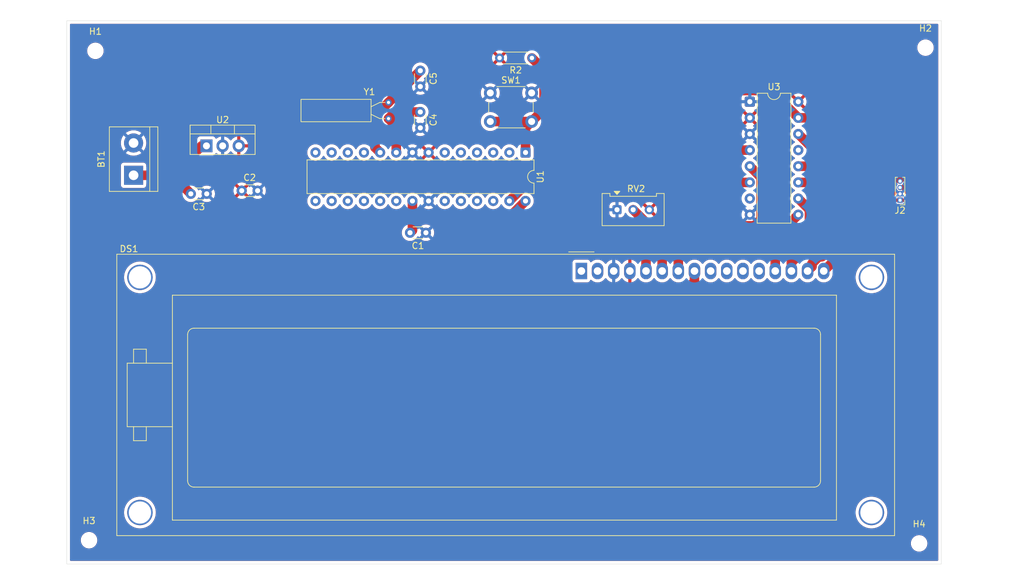
<source format=kicad_pcb>
(kicad_pcb (version 20241229) (generator "pcbnew") (generator_version "9.0")
  (layers (0 "F.Cu" signal) (2 "B.Cu" signal) (13 "F.Paste" user) (15 "B.Paste" user) (5 "F.SilkS" user "F.Silkscreen") (7 "B.SilkS" user "B.Silkscreen") (1 "F.Mask" user) (3 "B.Mask" user) (25 "Edge.Cuts" user))
  (net 0 "")
  (net 1 "GND")
  (net 2 "Vin")
  (net 3 "Net-(U1-AREF)")
  (net 4 "VCC")
  (net 5 "Net-(U1-XTAL1{slash}PB6)")
  (net 6 "Net-(U1-XTAL2{slash}PB7)")
  (net 7 "Net-(DS1-E)")
  (net 9 "Net-(DS1-Vo)")
  (net 10 "Net-(DS1-DB4)")
  (net 12 "Net-(DS1-DB5)")
  (net 13 "Net-(DS1-RS)")
  (net 15 "Net-(DS1-DB7)")
  (net 17 "Net-(DS1-DB6)")
  (net 20 "Net-(DS1-R{slash}~{W})")
  (net 21 "SCL")
  (net 22 "SDA")
  (net 23 "Net-(U1-~{RESET}{slash}PC6)")
  (footprint "Button_Switch_THT:SW_PUSH_6mm" (layer "F.Cu") (at 129.08 64.12)
    (property "Reference" "SW1" (at 3.25 -2 0) (layer "F.SilkS"))
    (property "Value" "SW_Push")
    (fp_line (start -0.25 1.5) (end -0.25 3) (stroke (width 0.12)) (layer "F.SilkS"))
    (fp_line (start 1 5.5) (end 5.5 5.5) (stroke (width 0.12)) (layer "F.SilkS"))
    (fp_line (start 5.5 -1) (end 1 -1) (stroke (width 0.12)) (layer "F.SilkS"))
    (fp_line (start 6.75 3) (end 6.75 1.5) (stroke (width 0.12)) (layer "F.SilkS"))
    (pad "1" thru_hole circle (at 0 0 90) (size 2 2) (drill 1.1) (layers "*.Cu" "*.Mask") (net 1 "GND"))
    (pad "1" thru_hole circle (at 6.5 0 90) (size 2 2) (drill 1.1) (layers "*.Cu" "*.Mask") (net 1 "GND"))
    (pad "2" thru_hole circle (at 0 4.5 90) (size 2 2) (drill 1.1) (layers "*.Cu" "*.Mask") (net 23 "Net-(U1-~{RESET}{slash}PC6)"))
    (pad "2" thru_hole circle (at 6.5 4.5 90) (size 2 2) (drill 1.1) (layers "*.Cu" "*.Mask") (net 23 "Net-(U1-~{RESET}{slash}PC6)"))
  )
  (footprint "MountingHole:MountingHole_2.1mm" (layer "F.Cu") (at 67 57.5)
    (property "Reference" "H1" (at 0 -3.05 0) (layer "F.SilkS"))
    (property "Value" "MountingHole")
    (pad "" np_thru_hole circle (at 0 0) (size 2.1 2.1) (drill 2.1) (layers "*.Cu" "*.Mask"))
  )
  (footprint "Capacitor_THT:C_Disc_D3.0mm_W1.6mm_P2.50mm" (layer "F.Cu") (at 118.96 86.12 180)
    (property "Reference" "C1" (at 1.25 -2.05 0) (layer "F.SilkS"))
    (property "Value" "0.1uF")
    (fp_line (start 0.485 0.92) (end 2.015 0.92) (stroke (width 0.12)) (layer "F.SilkS"))
    (fp_line (start 0.485 -0.92) (end 2.015 -0.92) (stroke (width 0.12)) (layer "F.SilkS"))
    (pad "1" thru_hole circle (at 0 0 180) (size 1.6 1.6) (drill 0.8) (layers "*.Cu" "*.Mask") (net 1 "GND"))
    (pad "2" thru_hole circle (at 2.5 0 180) (size 1.6 1.6) (drill 0.8) (layers "*.Cu" "*.Mask") (net 3 "Net-(U1-AREF)"))
  )
  (footprint "Package_TO_SOT_THT:TO-220-3_Vertical" (layer "F.Cu") (at 84.46 72.45)
    (property "Reference" "U2" (at 2.54 -4.1 0) (layer "F.SilkS"))
    (property "Value" "LM7805_TO220")
    (fp_line (start -2.57 -3.26) (end -2.57 1.36) (stroke (width 0.12)) (layer "F.SilkS"))
    (fp_line (start -2.57 -3.26) (end 7.65 -3.26) (stroke (width 0.12)) (layer "F.SilkS"))
    (fp_line (start -2.57 -1.88) (end 7.65 -1.88) (stroke (width 0.12)) (layer "F.SilkS"))
    (fp_line (start -2.57 1.36) (end 7.65 1.36) (stroke (width 0.12)) (layer "F.SilkS"))
    (fp_line (start 0.69 -3.26) (end 0.69 -1.88) (stroke (width 0.12)) (layer "F.SilkS"))
    (fp_line (start 4.39 -3.26) (end 4.39 -1.88) (stroke (width 0.12)) (layer "F.SilkS"))
    (fp_line (start 7.65 -3.26) (end 7.65 1.36) (stroke (width 0.12)) (layer "F.SilkS"))
    (pad "1" thru_hole rect (at 0 0) (size 1.905 2) (drill 1.1) (layers "*.Cu" "*.Mask") (net 2 "Vin"))
    (pad "2" thru_hole oval (at 2.54 0) (size 1.905 2) (drill 1.1) (layers "*.Cu" "*.Mask") (net 1 "GND"))
    (pad "3" thru_hole oval (at 5.08 0) (size 1.905 2) (drill 1.1) (layers "*.Cu" "*.Mask") (net 4 "VCC"))
  )
  (footprint "Display:HY1602E" (layer "F.Cu") (at 143.4 92.1425)
    (property "Reference" "DS1" (at -71.12 -3.48 0) (layer "F.SilkS"))
    (property "Value" "HY1602E")
    (fp_line (start -73.04 -2.64) (end -73.04 41.64) (stroke (width 0.12)) (layer "F.SilkS"))
    (fp_line (start -73.04 -2.64) (end 49.24 -2.64) (stroke (width 0.12)) (layer "F.SilkS"))
    (fp_line (start -71.4 14.5) (end -64.3 14.5) (stroke (width 0.12)) (layer "F.SilkS"))
    (fp_line (start -71.4 24.5) (end -71.4 14.5) (stroke (width 0.12)) (layer "F.SilkS"))
    (fp_line (start -70.4 12.3) (end -70.4 14.5) (stroke (width 0.12)) (layer "F.SilkS"))
    (fp_line (start -70.4 26.7) (end -70.4 24.5) (stroke (width 0.12)) (layer "F.SilkS"))
    (fp_line (start -68.4 12.3) (end -70.4 12.3) (stroke (width 0.12)) (layer "F.SilkS"))
    (fp_line (start -68.4 14.5) (end -68.4 12.3) (stroke (width 0.12)) (layer "F.SilkS"))
    (fp_line (start -68.4 24.5) (end -68.4 26.7) (stroke (width 0.12)) (layer "F.SilkS"))
    (fp_line (start -68.4 26.7) (end -70.4 26.7) (stroke (width 0.12)) (layer "F.SilkS"))
    (fp_line (start -64.3 3.8) (end 40.1 3.8) (stroke (width 0.12)) (layer "F.SilkS"))
    (fp_line (start -64.3 24.5) (end -71.4 24.5) (stroke (width 0.12)) (layer "F.SilkS"))
    (fp_line (start -64.3 39.2) (end -64.3 3.8) (stroke (width 0.12)) (layer "F.SilkS"))
    (fp_line (start -61.9 33) (end -61.9 10) (stroke (width 0.12)) (layer "F.SilkS"))
    (fp_line (start -60.9 9) (end 36.6 9) (stroke (width 0.12)) (layer "F.SilkS"))
    (fp_line (start -2 -3) (end 2 -3) (stroke (width 0.12)) (layer "F.SilkS"))
    (fp_line (start 36.6 34) (end -60.9 34) (stroke (width 0.12)) (layer "F.SilkS"))
    (fp_line (start 37.6 10) (end 37.6 33) (stroke (width 0.12)) (layer "F.SilkS"))
    (fp_line (start 40.1 3.8) (end 40.1 39.2) (stroke (width 0.12)) (layer "F.SilkS"))
    (fp_line (start 40.1 39.2) (end -64.3 39.2) (stroke (width 0.12)) (layer "F.SilkS"))
    (fp_line (start 49.24 -2.64) (end 49.24 41.64) (stroke (width 0.12)) (layer "F.SilkS"))
    (fp_line (start 49.24 41.64) (end -73.04 41.64) (stroke (width 0.12)) (layer "F.SilkS"))
    (fp_arc (start -61.9 10) (mid -61.607107 9.292893) (end -60.9 9) (stroke (width 0.12)) (layer "F.SilkS"))
    (fp_arc (start -60.9 34) (mid -61.607107 33.707107) (end -61.9 33) (stroke (width 0.12)) (layer "F.SilkS"))
    (fp_arc (start 36.6 9) (mid 37.307107 9.292893) (end 37.6 10) (stroke (width 0.12)) (layer "F.SilkS"))
    (fp_arc (start 37.6 33) (mid 37.307107 33.707107) (end 36.6 34) (stroke (width 0.12)) (layer "F.SilkS"))
    (pad "" thru_hole circle (at -69.40042 1.00076 180) (size 4 4) (drill 3.5) (layers "*.Cu" "*.Mask"))
    (pad "" thru_hole circle (at -69.40042 38.00094 180) (size 4 4) (drill 3.5) (layers "*.Cu" "*.Mask"))
    (pad "" thru_hole circle (at 45.60062 1.00076 180) (size 4 4) (drill 3.5) (layers "*.Cu" "*.Mask"))
    (pad "" thru_hole circle (at 45.60062 38.00094 180) (size 4 4) (drill 3.5) (layers "*.Cu" "*.Mask"))
    (pad "1" thru_hole rect (at 0 0 180) (size 1.8 2.6) (drill 1.2) (layers "*.Cu" "*.Mask"))
    (pad "2" thru_hole oval (at 2.54 0 180) (size 1.8 2.6) (drill 1.2) (layers "*.Cu" "*.Mask"))
    (pad "3" thru_hole oval (at 5.08 0 180) (size 1.8 2.6) (drill 1.2) (layers "*.Cu" "*.Mask") (net 1 "GND"))
    (pad "4" thru_hole oval (at 7.62 0 180) (size 1.8 2.6) (drill 1.2) (layers "*.Cu" "*.Mask") (net 4 "VCC"))
    (pad "5" thru_hole oval (at 10.16 0 180) (size 1.8 2.6) (drill 1.2) (layers "*.Cu" "*.Mask") (net 9 "Net-(DS1-Vo)"))
    (pad "6" thru_hole oval (at 12.7 0 180) (size 1.8 2.6) (drill 1.2) (layers "*.Cu" "*.Mask") (net 13 "Net-(DS1-RS)"))
    (pad "7" thru_hole oval (at 15.24 0 180) (size 1.8 2.6) (drill 1.2) (layers "*.Cu" "*.Mask") (net 20 "Net-(DS1-R{slash}~{W})"))
    (pad "8" thru_hole oval (at 17.78 0 180) (size 1.8 2.6) (drill 1.2) (layers "*.Cu" "*.Mask") (net 7 "Net-(DS1-E)"))
    (pad "9" thru_hole oval (at 20.32 0 180) (size 1.8 2.6) (drill 1.2) (layers "*.Cu" "*.Mask"))
    (pad "10" thru_hole oval (at 22.86 0 180) (size 1.8 2.6) (drill 1.2) (layers "*.Cu" "*.Mask"))
    (pad "11" thru_hole oval (at 25.4 0 180) (size 1.8 2.6) (drill 1.2) (layers "*.Cu" "*.Mask"))
    (pad "12" thru_hole oval (at 27.94 0 180) (size 1.8 2.6) (drill 1.2) (layers "*.Cu" "*.Mask"))
    (pad "13" thru_hole oval (at 30.48 0 180) (size 1.8 2.6) (drill 1.2) (layers "*.Cu" "*.Mask") (net 10 "Net-(DS1-DB4)"))
    (pad "14" thru_hole oval (at 33.02 0 180) (size 1.8 2.6) (drill 1.2) (layers "*.Cu" "*.Mask") (net 12 "Net-(DS1-DB5)"))
    (pad "15" thru_hole oval (at 35.56 0 180) (size 1.8 2.6) (drill 1.2) (layers "*.Cu" "*.Mask") (net 17 "Net-(DS1-DB6)"))
    (pad "16" thru_hole oval (at 38.1 0 180) (size 1.8 2.6) (drill 1.2) (layers "*.Cu" "*.Mask") (net 15 "Net-(DS1-DB7)"))
  )
  (footprint "Capacitor_THT:C_Disc_D3.0mm_W1.6mm_P2.50mm" (layer "F.Cu") (at 118.08 67.12 -90)
    (property "Reference" "C4" (at 1.25 -2.05 90) (layer "F.SilkS"))
    (property "Value" "22pF")
    (fp_line (start 0.485 0.92) (end 2.015 0.92) (stroke (width 0.12)) (layer "F.SilkS"))
    (fp_line (start 0.485 -0.92) (end 2.015 -0.92) (stroke (width 0.12)) (layer "F.SilkS"))
    (pad "1" thru_hole circle (at 0 0 270) (size 1.6 1.6) (drill 0.8) (layers "*.Cu" "*.Mask") (net 5 "Net-(U1-XTAL1{slash}PB6)"))
    (pad "2" thru_hole circle (at 2.5 0 270) (size 1.6 1.6) (drill 0.8) (layers "*.Cu" "*.Mask") (net 1 "GND"))
  )
  (footprint "TerminalBlock:TerminalBlock_bornier-2_P5.08mm" (layer "F.Cu") (at 73 77.08 90)
    (property "Reference" "BT1" (at 2.54 -5.08 90) (layer "F.SilkS"))
    (property "Value" "Battery")
    (fp_line (start 7.62 -3.81) (end -2.54 -3.81) (stroke (width 0.12)) (layer "F.SilkS"))
    (fp_line (start -2.54 -3.81) (end -2.54 3.81) (stroke (width 0.12)) (layer "F.SilkS"))
    (fp_line (start 7.62 2.54) (end -2.54 2.54) (stroke (width 0.12)) (layer "F.SilkS"))
    (fp_line (start 7.62 3.81) (end 7.62 -3.81) (stroke (width 0.12)) (layer "F.SilkS"))
    (fp_line (start -2.54 3.81) (end 7.62 3.81) (stroke (width 0.12)) (layer "F.SilkS"))
    (pad "1" thru_hole rect (at 0 0 90) (size 3 3) (drill 1.52) (layers "*.Cu" "*.Mask") (net 2 "Vin"))
    (pad "2" thru_hole circle (at 5.08 0 90) (size 3 3) (drill 1.52) (layers "*.Cu" "*.Mask") (net 1 "GND"))
  )
  (footprint "MountingHole:MountingHole_2.1mm" (layer "F.Cu") (at 196.5 135)
    (property "Reference" "H4" (at 0 -3.05 0) (layer "F.SilkS"))
    (property "Value" "MountingHole")
    (pad "" np_thru_hole circle (at 0 0) (size 2.1 2.1) (drill 2.1) (layers "*.Cu" "*.Mask"))
  )
  (footprint "Capacitor_THT:C_Disc_D3.0mm_W1.6mm_P2.50mm" (layer "F.Cu") (at 118.08 60.62 -90)
    (property "Reference" "C5" (at 1.25 -2.05 90) (layer "F.SilkS"))
    (property "Value" "22pF")
    (fp_line (start 0.485 0.92) (end 2.015 0.92) (stroke (width 0.12)) (layer "F.SilkS"))
    (fp_line (start 0.485 -0.92) (end 2.015 -0.92) (stroke (width 0.12)) (layer "F.SilkS"))
    (pad "1" thru_hole circle (at 0 0 270) (size 1.6 1.6) (drill 0.8) (layers "*.Cu" "*.Mask") (net 6 "Net-(U1-XTAL2{slash}PB7)"))
    (pad "2" thru_hole circle (at 2.5 0 270) (size 1.6 1.6) (drill 0.8) (layers "*.Cu" "*.Mask") (net 1 "GND"))
  )
  (footprint "MountingHole:MountingHole_2.1mm" (layer "F.Cu") (at 197.5 57)
    (property "Reference" "H2" (at 0 -3.05 0) (layer "F.SilkS"))
    (property "Value" "MountingHole")
    (pad "" np_thru_hole circle (at 0 0) (size 2.1 2.1) (drill 2.1) (layers "*.Cu" "*.Mask"))
  )
  (footprint "Capacitor_THT:C_Disc_D3.0mm_W1.6mm_P2.50mm" (layer "F.Cu") (at 84.5 80 180)
    (property "Reference" "C3" (at 1.25 -2.05 0) (layer "F.SilkS"))
    (property "Value" "330nF")
    (fp_line (start 0.485 0.92) (end 2.015 0.92) (stroke (width 0.12)) (layer "F.SilkS"))
    (fp_line (start 0.485 -0.92) (end 2.015 -0.92) (stroke (width 0.12)) (layer "F.SilkS"))
    (pad "1" thru_hole circle (at 0 0 180) (size 1.6 1.6) (drill 0.8) (layers "*.Cu" "*.Mask") (net 1 "GND"))
    (pad "2" thru_hole circle (at 2.5 0 180) (size 1.6 1.6) (drill 0.8) (layers "*.Cu" "*.Mask") (net 2 "Vin"))
  )
  (footprint "Potentiometer_THT:Potentiometer_Bourns_3386W_Horizontal" (layer "F.Cu") (at 149 82.5)
    (property "Reference" "RV2" (at 3 -3.3 0) (layer "F.SilkS"))
    (property "Value" "R_Potentiometer_Trim")
    (fp_line (start -2.335 -2.55) (end -2.335 2.5) (stroke (width 0.12)) (layer "F.SilkS"))
    (fp_line (start -2.335 2.5) (end 7.415 2.5) (stroke (width 0.12)) (layer "F.SilkS"))
    (fp_line (start -1.115 -2.55) (end -2.335 -2.55) (stroke (width 0.12)) (layer "F.SilkS"))
    (fp_line (start -1.115 -2.55) (end -1.115 -2.11) (stroke (width 0.12)) (layer "F.SilkS"))
    (fp_line (start -1.115 -2.11) (end 6.195 -2.11) (stroke (width 0.12)) (layer "F.SilkS"))
    (fp_line (start 6.195 -2.55) (end 6.195 -2.11) (stroke (width 0.12)) (layer "F.SilkS"))
    (fp_line (start 6.195 -2.55) (end 7.415 -2.55) (stroke (width 0.12)) (layer "F.SilkS"))
    (fp_line (start 7.415 2.5) (end 7.415 -2.55) (stroke (width 0.12)) (layer "F.SilkS"))
    (fp_poly (pts (xy 0 -2.4) (xy 0.45 -2.9) (xy -0.45 -2.9)) (stroke (width 0.12)) (fill yes) (layer "F.SilkS"))
    (pad "1" thru_hole roundrect (at 0 0 90) (size 1.44 1.44) (drill 0.8) (layers "*.Cu" "*.Mask") (roundrect_rratio 0.1736111111) (net 1 "GND"))
    (pad "2" thru_hole circle (at 2.54 0 90) (size 1.44 1.44) (drill 0.8) (layers "*.Cu" "*.Mask") (net 9 "Net-(DS1-Vo)"))
    (pad "3" thru_hole circle (at 5.08 0 90) (size 1.44 1.44) (drill 0.8) (layers "*.Cu" "*.Mask") (net 4 "VCC"))
  )
  (footprint "Resistor_THT:R_Axial_DIN0204_L3.6mm_D1.6mm_P5.08mm_Horizontal" (layer "F.Cu") (at 135.62 58.62 180)
    (property "Reference" "R2" (at 2.54 -1.92 0) (layer "F.SilkS"))
    (property "Value" "1k")
    (fp_line (start 0.62 0.92) (end 4.46 0.92) (stroke (width 0.12)) (layer "F.SilkS"))
    (fp_line (start 0.62 -0.92) (end 4.46 -0.92) (stroke (width 0.12)) (layer "F.SilkS"))
    (pad "1" thru_hole circle (at 0 0 180) (size 1.4 1.4) (drill 0.7) (layers "*.Cu" "*.Mask") (net 23 "Net-(U1-~{RESET}{slash}PC6)"))
    (pad "2" thru_hole circle (at 5.08 0 180) (size 1.4 1.4) (drill 0.7) (layers "*.Cu" "*.Mask") (net 4 "VCC"))
  )
  (footprint "MountingHole:MountingHole_2.1mm" (layer "F.Cu") (at 66 134.5)
    (property "Reference" "H3" (at 0 -3.05 0) (layer "F.SilkS"))
    (property "Value" "MountingHole")
    (pad "" np_thru_hole circle (at 0 0) (size 2.1 2.1) (drill 2.1) (layers "*.Cu" "*.Mask"))
  )
  (footprint "Connector_PinHeader_1.00mm:PinHeader_1x04_P1.00mm_Vertical" (layer "F.Cu") (at 193.5 81 180)
    (property "Reference" "J2" (at 0 -1.61 0) (layer "F.SilkS"))
    (property "Value" "Conn_01x04")
    (fp_line (start 0.745 0.735) (end 0.745 3.61) (stroke (width 0.12)) (layer "F.SilkS"))
    (fp_line (start 0.685565 0.735) (end 0.745 0.735) (stroke (width 0.12)) (layer "F.SilkS"))
    (fp_line (start 0.41003 3.61) (end 0.745 3.61) (stroke (width 0.12)) (layer "F.SilkS"))
    (fp_line (start -0.745 3.61) (end -0.41003 3.61) (stroke (width 0.12)) (layer "F.SilkS"))
    (fp_line (start -0.745 0.735) (end -0.685565 0.735) (stroke (width 0.12)) (layer "F.SilkS"))
    (fp_line (start -0.745 0.735) (end -0.745 3.61) (stroke (width 0.12)) (layer "F.SilkS"))
    (fp_line (start -0.745 0) (end -0.745 -0.735) (stroke (width 0.12)) (layer "F.SilkS"))
    (fp_line (start -0.745 -0.735) (end 0 -0.735) (stroke (width 0.12)) (layer "F.SilkS"))
    (pad "1" thru_hole rect (at 0 0 180) (size 0.85 0.85) (drill 0.5) (layers "*.Cu" "*.Mask") (net 4 "VCC"))
    (pad "2" thru_hole circle (at 0 1 180) (size 0.85 0.85) (drill 0.5) (layers "*.Cu" "*.Mask") (net 1 "GND"))
    (pad "3" thru_hole circle (at 0 2 180) (size 0.85 0.85) (drill 0.5) (layers "*.Cu" "*.Mask") (net 21 "SCL"))
    (pad "4" thru_hole circle (at 0 3 180) (size 0.85 0.85) (drill 0.5) (layers "*.Cu" "*.Mask") (net 22 "SDA"))
  )
  (footprint "Package_DIP:DIP-16_W7.62mm" (layer "F.Cu") (at 169.88 65.5)
    (property "Reference" "U3" (at 3.81 -2.33 0) (layer "F.SilkS"))
    (property "Value" "PCF8574AP")
    (fp_line (start 1.16 -1.33) (end 1.16 19.11) (stroke (width 0.12)) (layer "F.SilkS"))
    (fp_line (start 1.16 19.11) (end 6.46 19.11) (stroke (width 0.12)) (layer "F.SilkS"))
    (fp_line (start 2.81 -1.33) (end 1.16 -1.33) (stroke (width 0.12)) (layer "F.SilkS"))
    (fp_line (start 6.46 -1.33) (end 4.81 -1.33) (stroke (width 0.12)) (layer "F.SilkS"))
    (fp_line (start 6.46 19.11) (end 6.46 -1.33) (stroke (width 0.12)) (layer "F.SilkS"))
    (fp_arc (start 4.81 -1.33) (mid 3.81 -0.33) (end 2.81 -1.33) (stroke (width 0.12)) (layer "F.SilkS"))
    (pad "1" thru_hole roundrect (at 0 0) (size 1.6 1.6) (drill 0.8) (layers "*.Cu" "*.Mask") (roundrect_rratio 0.15625) (net 1 "GND"))
    (pad "2" thru_hole circle (at 0 2.54) (size 1.6 1.6) (drill 0.8) (layers "*.Cu" "*.Mask") (net 4 "VCC"))
    (pad "3" thru_hole circle (at 0 5.08) (size 1.6 1.6) (drill 0.8) (layers "*.Cu" "*.Mask") (net 1 "GND"))
    (pad "4" thru_hole circle (at 0 7.62) (size 1.6 1.6) (drill 0.8) (layers "*.Cu" "*.Mask") (net 7 "Net-(DS1-E)"))
    (pad "5" thru_hole circle (at 0 10.16) (size 1.6 1.6) (drill 0.8) (layers "*.Cu" "*.Mask") (net 20 "Net-(DS1-R{slash}~{W})"))
    (pad "6" thru_hole circle (at 0 12.7) (size 1.6 1.6) (drill 0.8) (layers "*.Cu" "*.Mask") (net 13 "Net-(DS1-RS)"))
    (pad "7" thru_hole circle (at 0 15.24) (size 1.6 1.6) (drill 0.8) (layers "*.Cu" "*.Mask"))
    (pad "8" thru_hole circle (at 0 17.78) (size 1.6 1.6) (drill 0.8) (layers "*.Cu" "*.Mask") (net 1 "GND"))
    (pad "9" thru_hole circle (at 7.62 17.78) (size 1.6 1.6) (drill 0.8) (layers "*.Cu" "*.Mask") (net 10 "Net-(DS1-DB4)"))
    (pad "10" thru_hole circle (at 7.62 15.24) (size 1.6 1.6) (drill 0.8) (layers "*.Cu" "*.Mask") (net 12 "Net-(DS1-DB5)"))
    (pad "11" thru_hole circle (at 7.62 12.7) (size 1.6 1.6) (drill 0.8) (layers "*.Cu" "*.Mask") (net 17 "Net-(DS1-DB6)"))
    (pad "12" thru_hole circle (at 7.62 10.16) (size 1.6 1.6) (drill 0.8) (layers "*.Cu" "*.Mask") (net 15 "Net-(DS1-DB7)"))
    (pad "13" thru_hole circle (at 7.62 7.62) (size 1.6 1.6) (drill 0.8) (layers "*.Cu" "*.Mask"))
    (pad "14" thru_hole circle (at 7.62 5.08) (size 1.6 1.6) (drill 0.8) (layers "*.Cu" "*.Mask") (net 21 "SCL"))
    (pad "15" thru_hole circle (at 7.62 2.54) (size 1.6 1.6) (drill 0.8) (layers "*.Cu" "*.Mask") (net 22 "SDA"))
    (pad "16" thru_hole circle (at 7.62 0) (size 1.6 1.6) (drill 0.8) (layers "*.Cu" "*.Mask") (net 4 "VCC"))
  )
  (footprint "Package_DIP:DIP-28_W7.62mm" (layer "F.Cu") (at 134.62 73.5 -90)
    (property "Reference" "U1" (at 3.81 -2.33 90) (layer "F.SilkS"))
    (property "Value" "ATmega328P-P")
    (fp_line (start 1.16 34.35) (end 6.46 34.35) (stroke (width 0.12)) (layer "F.SilkS"))
    (fp_line (start 6.46 34.35) (end 6.46 -1.33) (stroke (width 0.12)) (layer "F.SilkS"))
    (fp_line (start 1.16 -1.33) (end 1.16 34.35) (stroke (width 0.12)) (layer "F.SilkS"))
    (fp_line (start 2.81 -1.33) (end 1.16 -1.33) (stroke (width 0.12)) (layer "F.SilkS"))
    (fp_line (start 6.46 -1.33) (end 4.81 -1.33) (stroke (width 0.12)) (layer "F.SilkS"))
    (fp_arc (start 4.81 -1.33) (mid 3.81 -0.33) (end 2.81 -1.33) (stroke (width 0.12)) (layer "F.SilkS"))
    (pad "1" thru_hole roundrect (at 0 0 270) (size 1.6 1.6) (drill 0.8) (layers "*.Cu" "*.Mask") (roundrect_rratio 0.15625) (net 23 "Net-(U1-~{RESET}{slash}PC6)"))
    (pad "2" thru_hole circle (at 0 2.54 270) (size 1.6 1.6) (drill 0.8) (layers "*.Cu" "*.Mask"))
    (pad "3" thru_hole circle (at 0 5.08 270) (size 1.6 1.6) (drill 0.8) (layers "*.Cu" "*.Mask"))
    (pad "4" thru_hole circle (at 0 7.62 270) (size 1.6 1.6) (drill 0.8) (layers "*.Cu" "*.Mask"))
    (pad "5" thru_hole circle (at 0 10.16 270) (size 1.6 1.6) (drill 0.8) (layers "*.Cu" "*.Mask"))
    (pad "6" thru_hole circle (at 0 12.7 270) (size 1.6 1.6) (drill 0.8) (layers "*.Cu" "*.Mask"))
    (pad "7" thru_hole circle (at 0 15.24 270) (size 1.6 1.6) (drill 0.8) (layers "*.Cu" "*.Mask") (net 4 "VCC"))
    (pad "8" thru_hole circle (at 0 17.78 270) (size 1.6 1.6) (drill 0.8) (layers "*.Cu" "*.Mask") (net 1 "GND"))
    (pad "9" thru_hole circle (at 0 20.32 270) (size 1.6 1.6) (drill 0.8) (layers "*.Cu" "*.Mask") (net 5 "Net-(U1-XTAL1{slash}PB6)"))
    (pad "10" thru_hole circle (at 0 22.86 270) (size 1.6 1.6) (drill 0.8) (layers "*.Cu" "*.Mask") (net 6 "Net-(U1-XTAL2{slash}PB7)"))
    (pad "11" thru_hole circle (at 0 25.4 270) (size 1.6 1.6) (drill 0.8) (layers "*.Cu" "*.Mask"))
    (pad "12" thru_hole circle (at 0 27.94 270) (size 1.6 1.6) (drill 0.8) (layers "*.Cu" "*.Mask"))
    (pad "13" thru_hole circle (at 0 30.48 270) (size 1.6 1.6) (drill 0.8) (layers "*.Cu" "*.Mask"))
    (pad "14" thru_hole circle (at 0 33.02 270) (size 1.6 1.6) (drill 0.8) (layers "*.Cu" "*.Mask"))
    (pad "15" thru_hole circle (at 7.62 33.02 270) (size 1.6 1.6) (drill 0.8) (layers "*.Cu" "*.Mask"))
    (pad "16" thru_hole circle (at 7.62 30.48 270) (size 1.6 1.6) (drill 0.8) (layers "*.Cu" "*.Mask"))
    (pad "17" thru_hole circle (at 7.62 27.94 270) (size 1.6 1.6) (drill 0.8) (layers "*.Cu" "*.Mask"))
    (pad "18" thru_hole circle (at 7.62 25.4 270) (size 1.6 1.6) (drill 0.8) (layers "*.Cu" "*.Mask"))
    (pad "19" thru_hole circle (at 7.62 22.86 270) (size 1.6 1.6) (drill 0.8) (layers "*.Cu" "*.Mask"))
    (pad "20" thru_hole circle (at 7.62 20.32 270) (size 1.6 1.6) (drill 0.8) (layers "*.Cu" "*.Mask"))
    (pad "21" thru_hole circle (at 7.62 17.78 270) (size 1.6 1.6) (drill 0.8) (layers "*.Cu" "*.Mask") (net 3 "Net-(U1-AREF)"))
    (pad "22" thru_hole circle (at 7.62 15.24 270) (size 1.6 1.6) (drill 0.8) (layers "*.Cu" "*.Mask") (net 1 "GND"))
    (pad "23" thru_hole circle (at 7.62 12.7 270) (size 1.6 1.6) (drill 0.8) (layers "*.Cu" "*.Mask"))
    (pad "24" thru_hole circle (at 7.62 10.16 270) (size 1.6 1.6) (drill 0.8) (layers "*.Cu" "*.Mask"))
    (pad "25" thru_hole circle (at 7.62 7.62 270) (size 1.6 1.6) (drill 0.8) (layers "*.Cu" "*.Mask"))
    (pad "26" thru_hole circle (at 7.62 5.08 270) (size 1.6 1.6) (drill 0.8) (layers "*.Cu" "*.Mask"))
    (pad "27" thru_hole circle (at 7.62 2.54 270) (size 1.6 1.6) (drill 0.8) (layers "*.Cu" "*.Mask") (net 22 "SDA"))
    (pad "28" thru_hole circle (at 7.62 0 270) (size 1.6 1.6) (drill 0.8) (layers "*.Cu" "*.Mask") (net 21 "SCL"))
  )
  (footprint "Crystal:Crystal_AT310_D3.0mm_L10.0mm_Horizontal" (layer "F.Cu") (at 113.08 65.62 -90)
    (property "Reference" "Y1" (at -1.67 3.0025 0) (layer "F.SilkS"))
    (property "Value" "Crystal")
    (fp_line (start 0.67 2.74) (end 0 1.37) (stroke (width 0.12)) (layer "F.SilkS"))
    (fp_line (start 1.87 2.74) (end 2.54 1.37) (stroke (width 0.12)) (layer "F.SilkS"))
    (fp_line (start 0 1.37) (end 0 0.56) (stroke (width 0.12)) (layer "F.SilkS"))
    (fp_line (start 2.54 1.37) (end 2.54 0.56) (stroke (width 0.12)) (layer "F.SilkS"))
    (fp_rect (start -0.49 2.74) (end 3.03 13.76) (stroke (width 0.12)) (fill no) (layer "F.SilkS"))
    (pad "1" thru_hole circle (at 0 0 270) (size 1 1) (drill 0.5) (layers "*.Cu" "*.Mask") (net 6 "Net-(U1-XTAL2{slash}PB7)"))
    (pad "2" thru_hole circle (at 2.54 0 270) (size 1 1) (drill 0.5) (layers "*.Cu" "*.Mask") (net 5 "Net-(U1-XTAL1{slash}PB6)"))
  )
  (footprint "Capacitor_THT:C_Disc_D3.0mm_W1.6mm_P2.50mm" (layer "F.Cu") (at 90 79.5)
    (property "Reference" "C2" (at 1.25 -2.05 0) (layer "F.SilkS"))
    (property "Value" "100nF")
    (fp_line (start 0.485 -0.92) (end 2.015 -0.92) (stroke (width 0.12)) (layer "F.SilkS"))
    (fp_line (start 0.485 0.92) (end 2.015 0.92) (stroke (width 0.12)) (layer "F.SilkS"))
    (pad "1" thru_hole circle (at 0 0) (size 1.6 1.6) (drill 0.8) (layers "*.Cu" "*.Mask") (net 4 "VCC"))
    (pad "2" thru_hole circle (at 2.5 0) (size 1.6 1.6) (drill 0.8) (layers "*.Cu" "*.Mask") (net 1 "GND"))
  )
  (gr_rect (start 62.5 52.75) (end 200 138.25) (stroke (width 0.05)) (fill no) (layer "Edge.Cuts"))
  (gr_text "B2MS-CleanTech" (at 145.5 60.5 0) (layer "F.Cu") (effects (font (size 3 3) (thickness 0.3) (bold yes)) (justify left bottom)))
  (segment (start 73 77.08) (end 79.08 77.08) (width 1.5) (layer "F.Cu") (net 2))
  (segment (start 79.08 77.08) (end 82 80) (width 1.5) (layer "F.Cu") (net 2))
  (segment (start 84.46 72.45) (end 83.71 72.45) (width 1.5) (layer "F.Cu") (net 2))
  (segment (start 83.71 72.45) (end 79.08 77.08) (width 1.5) (layer "F.Cu") (net 2))
  (segment (start 116.84 85.74) (end 116.46 86.12) (width 1.5) (layer "F.Cu") (net 3))
  (segment (start 116.84 81.12) (end 116.84 85.74) (width 1.5) (layer "F.Cu") (net 3))
  (segment (start 114.12 67.12) (end 113.08 68.16) (width 1.5) (layer "F.Cu") (net 5))
  (segment (start 114.3 69.38) (end 113.08 68.16) (width 1.5) (layer "F.Cu") (net 5))
  (segment (start 114.3 73.5) (end 114.3 69.38) (width 1.5) (layer "F.Cu") (net 5))
  (segment (start 118.08 67.12) (end 114.12 67.12) (width 1.5) (layer "F.Cu") (net 5))
  (segment (start 111.76 73.5) (end 110.960001 72.700001) (width 1.5) (layer "F.Cu") (net 6))
  (segment (start 110.960001 72.700001) (end 110.960001 67.739999) (width 1.5) (layer "F.Cu") (net 6))
  (segment (start 118.08 60.62) (end 113.08 65.62) (width 1.5) (layer "F.Cu") (net 6))
  (segment (start 110.960001 67.739999) (end 113.08 65.62) (width 1.5) (layer "F.Cu") (net 6))
  (segment (start 146.88 73.12) (end 136.321 83.679) (width 1.5) (layer "F.Cu") (net 7))
  (segment (start 156 99) (end 161.18 93.82) (width 1.5) (layer "F.Cu") (net 7))
  (segment (start 136.321 83.679) (end 136.321 93.821) (width 1.5) (layer "F.Cu") (net 7))
  (segment (start 161.18 93.82) (end 161.18 92.1425) (width 1.5) (layer "F.Cu") (net 7))
  (segment (start 169.88 73.12) (end 146.88 73.12) (width 1.5) (layer "F.Cu") (net 7))
  (segment (start 136.321 93.821) (end 141.5 99) (width 1.5) (layer "F.Cu") (net 7))
  (segment (start 141.5 99) (end 156 99) (width 1.5) (layer "F.Cu") (net 7))
  (segment (start 151.54 82.5) (end 153.56 84.52) (width 1.5) (layer "F.Cu") (net 9))
  (segment (start 153.56 84.52) (end 153.56 92.1425) (width 1.5) (layer "F.Cu") (net 9))
  (segment (start 173.88 92.1425) (end 173.88 86.9) (width 1.5) (layer "F.Cu") (net 10))
  (segment (start 173.88 86.9) (end 177.5 83.28) (width 1.5) (layer "F.Cu") (net 10))
  (segment (start 179.251 82.491) (end 177.5 80.74) (width 1.5) (layer "F.Cu") (net 12))
  (segment (start 176.42 92.1425) (end 176.42 90.8005) (width 1.5) (layer "F.Cu") (net 12))
  (segment (start 179.251 87.9695) (end 179.251 82.491) (width 1.5) (layer "F.Cu") (net 12))
  (segment (start 176.42 90.8005) (end 179.251 87.9695) (width 1.5) (layer "F.Cu") (net 12))
  (segment (start 168.0425 78.2) (end 169.88 78.2) (width 1.5) (layer "F.Cu") (net 13))
  (segment (start 156.1 90.1425) (end 168.0425 78.2) (width 1.5) (layer "F.Cu") (net 13))
  (segment (start 156.1 92.1425) (end 156.1 90.1425) (width 1.5) (layer "F.Cu") (net 13))
  (segment (start 185 88.6425) (end 185 81) (width 1.5) (layer "F.Cu") (net 15))
  (segment (start 185 81) (end 179.66 75.66) (width 1.5) (layer "F.Cu") (net 15))
  (segment (start 181.5 92.1425) (end 185 88.6425) (width 1.5) (layer "F.Cu") (net 15))
  (segment (start 179.66 75.66) (end 177.5 75.66) (width 1.5) (layer "F.Cu") (net 15))
  (segment (start 180.733291 89.8915) (end 181.211 89.8915) (width 1.5) (layer "F.Cu") (net 17))
  (segment (start 178.96 92.1425) (end 179.649 91.4535) (width 1.5) (layer "F.Cu") (net 17))
  (segment (start 179.794422 78.2) (end 177.5 78.2) (width 1.5) (layer "F.Cu") (net 17))
  (segment (start 181.211 89.8915) (end 182.5 88.6025) (width 1.5) (layer "F.Cu") (net 17))
  (segment (start 182.5 80.905578) (end 179.794422 78.2) (width 1.5) (layer "F.Cu") (net 17))
  (segment (start 179.649 90.975791) (end 180.733291 89.8915) (width 1.5) (layer "F.Cu") (net 17))
  (segment (start 182.5 88.6025) (end 182.5 80.905578) (width 1.5) (layer "F.Cu") (net 17))
  (segment (start 179.649 91.4535) (end 179.649 90.975791) (width 1.5) (layer "F.Cu") (net 17))
  (segment (start 171.631 84.005288) (end 171.631 77.411) (width 1.5) (layer "F.Cu") (net 20))
  (segment (start 158.64 92.1425) (end 158.64 90.1425) (width 1.5) (layer "F.Cu") (net 20))
  (segment (start 158.64 90.1425) (end 163.7515 85.031) (width 1.5) (layer "F.Cu") (net 20))
  (segment (start 163.7515 85.031) (end 170.605288 85.031) (width 1.5) (layer "F.Cu") (net 20))
  (segment (start 170.605288 85.031) (end 171.631 84.005288) (width 1.5) (layer "F.Cu") (net 20))
  (segment (start 171.631 77.411) (end 169.88 75.66) (width 1.5) (layer "F.Cu") (net 20))
  (segment (start 131 94.5) (end 139 102.5) (width 1.5) (layer "F.Cu") (net 21))
  (segment (start 131 84.74) (end 131 94.5) (width 1.5) (layer "F.Cu") (net 21))
  (segment (start 139 102.5) (end 195.5 102.5) (width 1.5) (layer "F.Cu") (net 21))
  (segment (start 134.62 81.12) (end 131 84.74) (width 1.5) (layer "F.Cu") (net 21))
  (segment (start 197.376 100.624) (end 197.376 82.5) (width 1.5) (layer "F.Cu") (net 21))
  (segment (start 177.5 70.58) (end 189.42 82.5) (width 1.5) (layer "F.Cu") (net 21))
  (segment (start 197.376 81.930042) (end 194.445958 79) (width 1.5) (layer "F.Cu") (net 21))
  (segment (start 197.376 82.5) (end 197.376 81.930042) (width 1.5) (layer "F.Cu") (net 21))
  (segment (start 195.5 102.5) (end 197.376 100.624) (width 1.5) (layer "F.Cu") (net 21))
  (segment (start 189.42 82.5) (end 197.376 82.5) (width 1.5) (layer "F.Cu") (net 21))
  (segment (start 183.83238 68.04) (end 193.41638 77.624) (width 1.5) (layer "F.Cu") (net 22))
  (segment (start 132.08 81.12) (end 149.451 63.749) (width 1.5) (layer "F.Cu") (net 22))
  (segment (start 177.5 68.04) (end 183.83238 68.04) (width 1.5) (layer "F.Cu") (net 22))
  (segment (start 173.209 63.749) (end 177.5 68.04) (width 1.5) (layer "F.Cu") (net 22))
  (segment (start 149.451 63.749) (end 173.209 63.749) (width 1.5) (layer "F.Cu") (net 22))
  (segment (start 134.62 69.58) (end 135.58 68.62) (width 1.5) (layer "F.Cu") (net 23))
  (segment (start 135.62 58.62) (end 137.531 60.531) (width 1.5) (layer "F.Cu") (net 23))
  (segment (start 137.531 60.531) (end 137.531 66.669) (width 1.5) (layer "F.Cu") (net 23))
  (segment (start 129.08 68.62) (end 135.58 68.62) (width 1.5) (layer "F.Cu") (net 23))
  (segment (start 137.531 66.669) (end 135.58 68.62) (width 1.5) (layer "F.Cu") (net 23))
  (segment (start 134.62 73.5) (end 134.62 69.58) (width 1.5) (layer "F.Cu") (net 23))
  (zone (net 4) (net_name "VCC") (layer "F.Cu") (priority 1) (connect_pads (clearance 0.5)) (min_thickness 0.25) (fill yes (thermal_gap 0.5) (thermal_bridge_width 0.5))
    (polygon (pts (xy 58.5 51) (xy 213 51) (xy 213 141.5) (xy 58.5 139.5)))
  )
  (zone (net 1) (net_name "GND") (layer "B.Cu") (connect_pads (clearance 0.5)) (min_thickness 0.25) (fill yes (thermal_gap 0.5) (thermal_bridge_width 0.5))
    (polygon (pts (xy 55.5 49.5) (xy 208 50) (xy 208 142) (xy 52 141.5)))
  )
)
</source>
